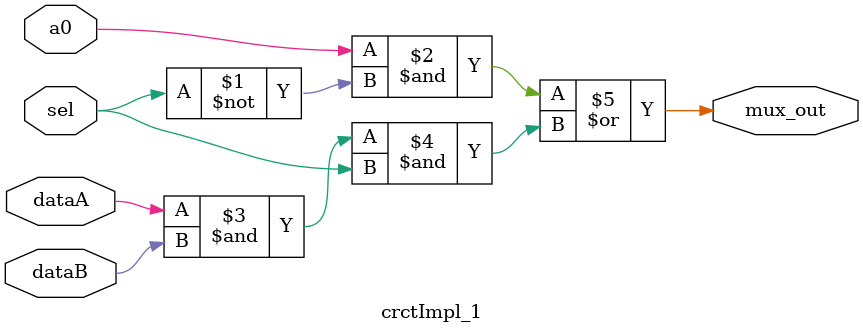
<source format=v>

module crctImpl_1(
dataA,
dataB,
a0,
sel,
mux_out
);

input dataA, dataB, a0, sel;
output mux_out;
wire mux_out;

assign mux_out = (a0 & ~sel) | ((dataA & dataB) & sel);

endmodule

</source>
